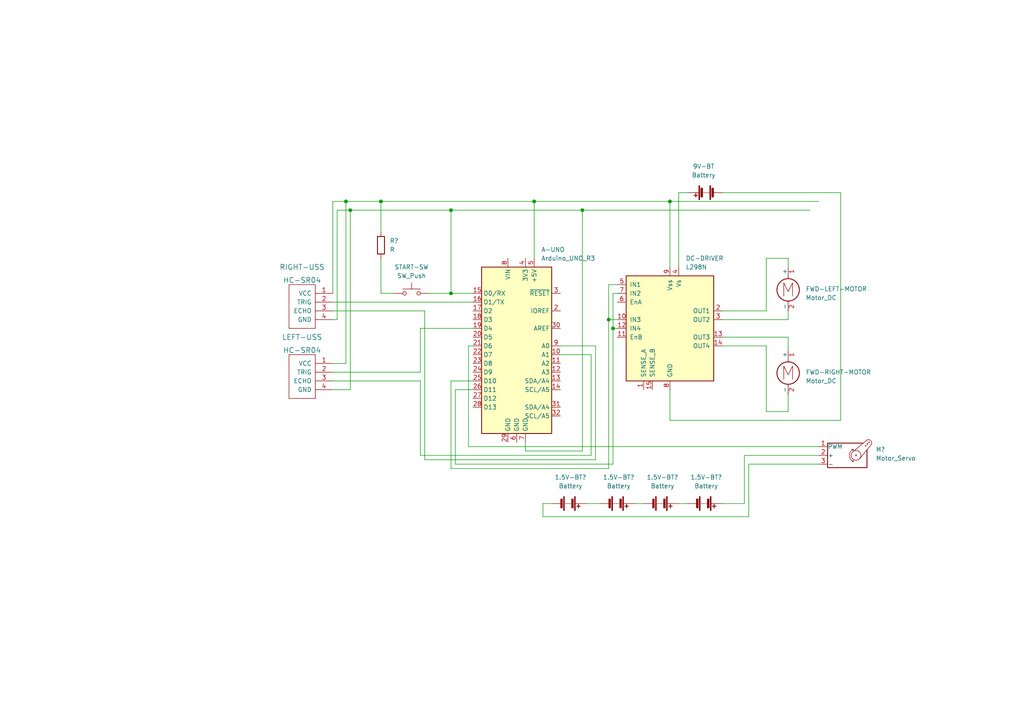
<source format=kicad_sch>
(kicad_sch (version 20211123) (generator eeschema)
  (paper "A4")
  (title_block (title "Circuit Schematic") (date "2024-12-14"))
  (lib_symbols
    (symbol "Device:Battery" (pin_numbers hide) (pin_names (offset 0) hide)
      (property "Reference" "BT" (at 2.54 2.54 0))
      (property "Value" "Battery" (at 2.54 0 0))
      (symbol "Battery_0_1"
        (rectangle (start -2.032 -1.397) (end 2.032 -1.651) (fill (type outline)))
        (rectangle (start -2.032 1.778) (end 2.032 1.524) (fill (type outline)))
        (rectangle (start -1.3208 -1.9812) (end 1.27 -2.4892) (fill (type outline)))
        (rectangle (start -1.3208 1.1938) (end 1.27 0.6858) (fill (type outline)))
        (polyline (pts (xy 0 -1.524) (xy 0 -1.27)))
        (polyline (pts (xy 0 -1.016) (xy 0 -0.762)))
        (polyline (pts (xy 0 -0.508) (xy 0 -0.254)))
        (polyline (pts (xy 0 0) (xy 0 0.254)))
        (polyline (pts (xy 0 0.508) (xy 0 0.762)))
        (polyline (pts (xy 0 1.778) (xy 0 2.54)))
        (polyline (pts (xy 0.254 2.667) (xy 1.27 2.667)) (stroke (width 0.254)))
        (polyline (pts (xy 0.762 3.175) (xy 0.762 2.159)) (stroke (width 0.254)))
      )
      (symbol "Battery_1_1"
        (pin passive line (at 0 5.08 270) (length 2.54) (name "+") (number "1"))
        (pin passive line (at 0 -5.08 90) (length 2.54) (name "-") (number "2"))
      )
    )
    (symbol "Device:R" (pin_numbers hide) (pin_names (offset 0))
      (property "Reference" "R" (at 2.032 0 90))
      (property "Value" "R" (at 0 0 90))
      (symbol "R_0_1"
        (rectangle (start -1.016 -2.54) (end 1.016 2.54) (stroke (width 0.254)))
      )
      (symbol "R_1_1"
        (pin passive line (at 0 3.81 270) (length 1.27) (name "~") (number "1"))
        (pin passive line (at 0 -3.81 90) (length 1.27) (name "~") (number "2"))
      )
    )
    (symbol "Driver_Motor:L298N" (pin_names (offset 1.016))
      (property "Reference" "U" (at -10.16 16.51 0))
      (property "Value" "L298N" (at 12.7 16.51 0))
      (symbol "L298N_0_1"
        (rectangle (start -12.7 15.24) (end 12.7 -15.24) (stroke (width 0.254)) (fill (type background)))
      )
      (symbol "L298N_1_1"
        (pin power_in line (at -7.62 -17.78 90) (length 2.54) (name "SENSE_A") (number "1"))
        (pin input line (at -15.24 2.54 0) (length 2.54) (name "IN3") (number "10"))
        (pin input line (at -15.24 -2.54 0) (length 2.54) (name "EnB") (number "11"))
        (pin input line (at -15.24 0 0) (length 2.54) (name "IN4") (number "12"))
        (pin output line (at 15.24 -2.54 180) (length 2.54) (name "OUT3") (number "13"))
        (pin output line (at 15.24 -5.08 180) (length 2.54) (name "OUT4") (number "14"))
        (pin power_in line (at -5.08 -17.78 90) (length 2.54) (name "SENSE_B") (number "15"))
        (pin output line (at 15.24 5.08 180) (length 2.54) (name "OUT1") (number "2"))
        (pin output line (at 15.24 2.54 180) (length 2.54) (name "OUT2") (number "3"))
        (pin power_in line (at 2.54 17.78 270) (length 2.54) (name "Vs") (number "4"))
        (pin input line (at -15.24 12.7 0) (length 2.54) (name "IN1") (number "5"))
        (pin input line (at -15.24 7.62 0) (length 2.54) (name "EnA") (number "6"))
        (pin input line (at -15.24 10.16 0) (length 2.54) (name "IN2") (number "7"))
        (pin power_in line (at 0 -17.78 90) (length 2.54) (name "GND") (number "8"))
        (pin power_in line (at 0 17.78 270) (length 2.54) (name "Vss") (number "9"))
      )
    )
    (symbol "MCU_Module:Arduino_UNO_R3"
      (property "Reference" "A" (at -10.16 23.495 0))
      (property "Value" "Arduino_UNO_R3" (at 5.08 -26.67 0))
      (symbol "Arduino_UNO_R3_0_1"
        (rectangle (start -10.16 22.86) (end 10.16 -25.4) (stroke (width 0.254)) (fill (type background)))
      )
      (symbol "Arduino_UNO_R3_1_1"
        (pin no_connect line (at -10.16 -20.32 0) (length 2.54) hide (name "NC") (number "1"))
        (pin bidirectional line (at 12.7 -2.54 180) (length 2.54) (name "A1") (number "10"))
        (pin bidirectional line (at 12.7 -5.08 180) (length 2.54) (name "A2") (number "11"))
        (pin bidirectional line (at 12.7 -7.62 180) (length 2.54) (name "A3") (number "12"))
        (pin bidirectional line (at 12.7 -10.16 180) (length 2.54) (name "SDA/A4") (number "13"))
        (pin bidirectional line (at 12.7 -12.7 180) (length 2.54) (name "SCL/A5") (number "14"))
        (pin bidirectional line (at -12.7 15.24 0) (length 2.54) (name "D0/RX") (number "15"))
        (pin bidirectional line (at -12.7 12.7 0) (length 2.54) (name "D1/TX") (number "16"))
        (pin bidirectional line (at -12.7 10.16 0) (length 2.54) (name "D2") (number "17"))
        (pin bidirectional line (at -12.7 7.62 0) (length 2.54) (name "D3") (number "18"))
        (pin bidirectional line (at -12.7 5.08 0) (length 2.54) (name "D4") (number "19"))
        (pin output line (at 12.7 10.16 180) (length 2.54) (name "IOREF") (number "2"))
        (pin bidirectional line (at -12.7 2.54 0) (length 2.54) (name "D5") (number "20"))
        (pin bidirectional line (at -12.7 0 0) (length 2.54) (name "D6") (number "21"))
        (pin bidirectional line (at -12.7 -2.54 0) (length 2.54) (name "D7") (number "22"))
        (pin bidirectional line (at -12.7 -5.08 0) (length 2.54) (name "D8") (number "23"))
        (pin bidirectional line (at -12.7 -7.62 0) (length 2.54) (name "D9") (number "24"))
        (pin bidirectional line (at -12.7 -10.16 0) (length 2.54) (name "D10") (number "25"))
        (pin bidirectional line (at -12.7 -12.7 0) (length 2.54) (name "D11") (number "26"))
        (pin bidirectional line (at -12.7 -15.24 0) (length 2.54) (name "D12") (number "27"))
        (pin bidirectional line (at -12.7 -17.78 0) (length 2.54) (name "D13") (number "28"))
        (pin power_in line (at -2.54 -27.94 90) (length 2.54) (name "GND") (number "29"))
        (pin input line (at 12.7 15.24 180) (length 2.54) (name "~{RESET}") (number "3"))
        (pin input line (at 12.7 5.08 180) (length 2.54) (name "AREF") (number "30"))
        (pin bidirectional line (at 12.7 -17.78 180) (length 2.54) (name "SDA/A4") (number "31"))
        (pin bidirectional line (at 12.7 -20.32 180) (length 2.54) (name "SCL/A5") (number "32"))
        (pin power_out line (at 2.54 25.4 270) (length 2.54) (name "3V3") (number "4"))
        (pin power_out line (at 5.08 25.4 270) (length 2.54) (name "+5V") (number "5"))
        (pin power_in line (at 0 -27.94 90) (length 2.54) (name "GND") (number "6"))
        (pin power_in line (at 2.54 -27.94 90) (length 2.54) (name "GND") (number "7"))
        (pin power_in line (at -2.54 25.4 270) (length 2.54) (name "VIN") (number "8"))
        (pin bidirectional line (at 12.7 0 180) (length 2.54) (name "A0") (number "9"))
      )
    )
    (symbol "Motor:Motor_DC" (pin_names (offset 0))
      (property "Reference" "M" (at 2.54 2.54 0))
      (property "Value" "Motor_DC" (at 2.54 -5.08 0))
      (symbol "Motor_DC_0_0"
        (polyline (pts (xy -1.27 -3.302) (xy -1.27 0.508) (xy 0 -2.032) (xy 1.27 0.508) (xy 1.27 -3.302)))
      )
      (symbol "Motor_DC_0_1"
        (circle (center 0 -1.524) (radius 3.2512) (stroke (width 0.254)))
        (polyline (pts (xy 0 -7.62) (xy 0 -7.112)))
        (polyline (pts (xy 0 -4.7752) (xy 0 -5.1816)))
        (polyline (pts (xy 0 1.7272) (xy 0 2.0828)))
        (polyline (pts (xy 0 2.032) (xy 0 2.54)))
      )
      (symbol "Motor_DC_1_1"
        (pin passive line (at 0 5.08 270) (length 2.54) (name "+") (number "1"))
        (pin passive line (at 0 -7.62 90) (length 2.54) (name "-") (number "2"))
      )
    )
    (symbol "Motor:Motor_Servo" (pin_names (offset 0.0254))
      (property "Reference" "M" (at -5.08 4.445 0))
      (property "Value" "Motor_Servo" (at -5.08 -4.064 0))
      (symbol "Motor_Servo_0_1"
        (polyline (pts (xy 2.413 -1.778) (xy 2.032 -1.778)))
        (polyline (pts (xy 2.413 -1.778) (xy 2.286 -1.397)))
        (polyline (pts (xy 2.413 1.778) (xy 1.905 1.778)))
        (polyline (pts (xy 2.413 1.778) (xy 2.286 1.397)))
        (polyline (pts (xy 6.35 4.445) (xy 2.54 1.27)))
        (polyline (pts (xy 7.62 3.175) (xy 4.191 -1.016)))
        (polyline (pts (xy 5.08 3.556) (xy -5.08 3.556) (xy -5.08 -3.556) (xy 6.35 -3.556) (xy 6.35 1.524)) (stroke (width 0.254)))
        (arc (start 2.413 1.778) (mid 1.2406 0) (end 2.413 -1.778))
        (circle (center 3.175 0) (radius 0.1778))
        (circle (center 3.175 0) (radius 1.4224))
        (circle (center 5.969 2.794) (radius 0.127))
        (circle (center 6.477 3.302) (radius 0.127))
        (circle (center 6.985 3.81) (radius 0.127))
        (arc (start 7.62 3.175) (mid 7.4485 4.2735) (end 6.35 4.445))
      )
      (symbol "Motor_Servo_1_1"
        (pin passive line (at -7.62 2.54 0) (length 2.54) (name "PWM") (number "1"))
        (pin passive line (at -7.62 0 0) (length 2.54) (name "+") (number "2"))
        (pin passive line (at -7.62 -2.54 0) (length 2.54) (name "-") (number "3"))
      )
    )
    (symbol "Switch:SW_Push" (pin_numbers hide) (pin_names (offset 1.016) hide)
      (property "Reference" "SW" (at 1.27 2.54 0))
      (property "Value" "SW_Push" (at 0 -1.524 0))
      (symbol "SW_Push_0_1"
        (circle (center -2.032 0) (radius 0.508))
        (polyline (pts (xy 0 1.27) (xy 0 3.048)))
        (polyline (pts (xy 2.54 1.27) (xy -2.54 1.27)))
        (circle (center 2.032 0) (radius 0.508))
        (pin passive line (at -5.08 0 0) (length 2.54) (name "1") (number "1"))
        (pin passive line (at 5.08 0 180) (length 2.54) (name "2") (number "2"))
      )
    )
    (symbol "hc-sr04:HC-SR04" (pin_names (offset 1.016))
      (property "Reference" "U" (at -6.35 -7.62 0))
      (property "Value" "HC-SR04" (at -2.54 7.62 0))
      (symbol "HC-SR04_0_1"
        (rectangle (start 0 6.35) (end -7.62 -6.35))
      )
      (symbol "HC-SR04_1_1"
        (pin input line (at 5.08 3.81 180) (length 5.08) (name "VCC") (number "1"))
        (pin input line (at 5.08 1.27 180) (length 5.08) (name "TRIG") (number "2"))
        (pin input line (at 5.08 -1.27 180) (length 5.08) (name "ECHO") (number "3"))
        (pin input line (at 5.08 -3.81 180) (length 5.08) (name "GND") (number "4"))
      )
    )
  )
  (junction (at 130.81 60.96))
  (junction (at 168.91 60.96))
  (junction (at 177.8 95.25))
  (junction (at 101.6 60.96))
  (junction (at 130.81 85.09))
  (junction (at 194.31 58.42))
  (junction (at 154.94 58.42))
  (junction (at 176.53 92.71))
  (junction (at 110.49 58.42))
  (junction (at 100.33 58.42))
  (wire (pts (xy 209.55 146.05) (xy 215.9 146.05)))
  (wire (pts (xy 97.79 92.71) (xy 97.79 60.96)))
  (wire (pts (xy 96.52 58.42) (xy 100.33 58.42)))
  (wire (pts (xy 196.85 55.88) (xy 196.85 77.47)))
  (wire (pts (xy 137.16 110.49) (xy 130.81 110.49)))
  (wire (pts (xy 194.31 121.92) (xy 243.84 121.92)))
  (wire (pts (xy 135.89 129.54) (xy 135.89 100.33)))
  (wire (pts (xy 101.6 60.96) (xy 130.81 60.96)))
  (wire (pts (xy 97.79 60.96) (xy 101.6 60.96)))
  (wire (pts (xy 172.72 133.35) (xy 172.72 100.33)))
  (wire (pts (xy 209.55 55.88) (xy 243.84 55.88)))
  (wire (pts (xy 96.52 92.71) (xy 97.79 92.71)))
  (wire (pts (xy 215.9 146.05) (xy 215.9 132.08)))
  (wire (pts (xy 121.92 95.25) (xy 137.16 95.25)))
  (wire (pts (xy 121.92 132.08) (xy 171.45 132.08)))
  (wire (pts (xy 96.52 85.09) (xy 96.52 58.42)))
  (wire (pts (xy 157.48 146.05) (xy 160.02 146.05)))
  (wire (pts (xy 177.8 95.25) (xy 177.8 134.62)))
  (wire (pts (xy 130.81 85.09) (xy 137.16 85.09)))
  (wire (pts (xy 209.55 92.71) (xy 228.6 92.71)))
  (wire (pts (xy 96.52 110.49) (xy 121.92 110.49)))
  (wire (pts (xy 121.92 110.49) (xy 121.92 132.08)))
  (wire (pts (xy 196.85 146.05) (xy 199.39 146.05)))
  (wire (pts (xy 100.33 58.42) (xy 110.49 58.42)))
  (wire (pts (xy 234.95 60.96) (xy 168.91 60.96)))
  (wire (pts (xy 176.53 92.71) (xy 176.53 82.55)))
  (wire (pts (xy 154.94 58.42) (xy 194.31 58.42)))
  (wire (pts (xy 154.94 74.93) (xy 154.94 58.42)))
  (wire (pts (xy 209.55 97.79) (xy 228.6 97.79)))
  (wire (pts (xy 209.55 100.33) (xy 222.25 100.33)))
  (wire (pts (xy 228.6 74.93) (xy 228.6 77.47)))
  (wire (pts (xy 217.17 134.62) (xy 237.49 134.62)))
  (wire (pts (xy 121.92 107.95) (xy 121.92 95.25)))
  (wire (pts (xy 96.52 87.63) (xy 137.16 87.63)))
  (wire (pts (xy 123.19 90.17) (xy 123.19 133.35)))
  (wire (pts (xy 228.6 119.38) (xy 228.6 114.3)))
  (wire (pts (xy 222.25 100.33) (xy 222.25 119.38)))
  (wire (pts (xy 130.81 135.89) (xy 176.53 135.89)))
  (wire (pts (xy 162.56 100.33) (xy 172.72 100.33)))
  (wire (pts (xy 96.52 107.95) (xy 121.92 107.95)))
  (wire (pts (xy 157.48 149.86) (xy 157.48 146.05)))
  (wire (pts (xy 96.52 90.17) (xy 123.19 90.17)))
  (wire (pts (xy 152.4 130.81) (xy 168.91 130.81)))
  (wire (pts (xy 171.45 102.87) (xy 162.56 102.87)))
  (wire (pts (xy 124.46 85.09) (xy 130.81 85.09)))
  (wire (pts (xy 132.08 113.03) (xy 132.08 134.62)))
  (wire (pts (xy 194.31 58.42) (xy 237.49 58.42)))
  (wire (pts (xy 101.6 113.03) (xy 101.6 60.96)))
  (wire (pts (xy 177.8 95.25) (xy 179.07 95.25)))
  (wire (pts (xy 196.85 55.88) (xy 199.39 55.88)))
  (wire (pts (xy 114.3 85.09) (xy 110.49 85.09)))
  (wire (pts (xy 130.81 60.96) (xy 168.91 60.96)))
  (wire (pts (xy 217.17 149.86) (xy 157.48 149.86)))
  (wire (pts (xy 96.52 113.03) (xy 101.6 113.03)))
  (wire (pts (xy 222.25 74.93) (xy 228.6 74.93)))
  (wire (pts (xy 176.53 82.55) (xy 179.07 82.55)))
  (wire (pts (xy 110.49 58.42) (xy 110.49 67.31)))
  (wire (pts (xy 222.25 90.17) (xy 222.25 74.93)))
  (wire (pts (xy 130.81 60.96) (xy 130.81 85.09)))
  (wire (pts (xy 194.31 113.03) (xy 194.31 121.92)))
  (wire (pts (xy 177.8 85.09) (xy 179.07 85.09)))
  (wire (pts (xy 168.91 130.81) (xy 168.91 60.96)))
  (wire (pts (xy 222.25 119.38) (xy 228.6 119.38)))
  (wire (pts (xy 170.18 146.05) (xy 173.99 146.05)))
  (wire (pts (xy 130.81 110.49) (xy 130.81 135.89)))
  (wire (pts (xy 176.53 92.71) (xy 179.07 92.71)))
  (wire (pts (xy 217.17 134.62) (xy 217.17 149.86)))
  (wire (pts (xy 152.4 128.27) (xy 152.4 130.81)))
  (wire (pts (xy 176.53 135.89) (xy 176.53 92.71)))
  (wire (pts (xy 194.31 58.42) (xy 194.31 77.47)))
  (wire (pts (xy 132.08 134.62) (xy 177.8 134.62)))
  (wire (pts (xy 96.52 105.41) (xy 100.33 105.41)))
  (wire (pts (xy 110.49 58.42) (xy 154.94 58.42)))
  (wire (pts (xy 100.33 105.41) (xy 100.33 58.42)))
  (wire (pts (xy 171.45 132.08) (xy 171.45 102.87)))
  (wire (pts (xy 228.6 97.79) (xy 228.6 101.6)))
  (wire (pts (xy 110.49 74.93) (xy 110.49 85.09)))
  (wire (pts (xy 135.89 129.54) (xy 237.49 129.54)))
  (wire (pts (xy 123.19 133.35) (xy 172.72 133.35)))
  (wire (pts (xy 135.89 100.33) (xy 137.16 100.33)))
  (wire (pts (xy 243.84 121.92) (xy 243.84 55.88)))
  (wire (pts (xy 215.9 132.08) (xy 237.49 132.08)))
  (wire (pts (xy 184.15 146.05) (xy 186.69 146.05)))
  (wire (pts (xy 228.6 92.71) (xy 228.6 90.17)))
  (wire (pts (xy 209.55 90.17) (xy 222.25 90.17)))
  (wire (pts (xy 177.8 95.25) (xy 177.8 85.09)))
  (wire (pts (xy 137.16 113.03) (xy 132.08 113.03)))
  (symbol (lib_id "Motor:Motor_DC") (at 228.6 106.68 0) (unit 1)
    (property "Reference" "FWD-RIGHT-MOTOR" (at 233.68 107.9499 0) (effects (justify left)))
    (property "Value" "Motor_DC" (at 233.68 110.4899 0) (effects (justify left)))
  )
  (symbol (lib_id "Device:Battery") (at 191.77 146.05 270) (unit 1)
    (property "Reference" "1.5V-BT?" (at 192.151 138.43 90))
    (property "Value" "Battery" (at 192.151 140.97 90))
  )
  (symbol (lib_id "Motor:Motor_Servo") (at 245.11 132.08 0) (unit 1)
    (property "Reference" "M?" (at 254 130.3765 0) (effects (justify left)))
    (property "Value" "Motor_Servo" (at 254 132.9165 0) (effects (justify left)))
    (property "Datasheet" "http://forums.parallax.com/uploads/attachments/46831/74481.png" (effects hide))
  )
  (symbol (lib_id "Device:R") (at 110.49 71.12 0) (unit 1)
    (property "Reference" "R?" (at 113.03 69.8499 0) (effects (justify left)))
    (property "Value" "R" (at 113.03 72.3899 0) (effects (justify left)))
  )
  (symbol (lib_id "Motor:Motor_DC") (at 228.6 82.55 0) (unit 1)
    (property "Reference" "FWD-LEFT-MOTOR" (at 233.68 83.8199 0) (effects (justify left)))
    (property "Value" "Motor_DC" (at 233.68 86.3599 0) (effects (justify left)))
  )
  (symbol (lib_id "MCU_Module:Arduino_UNO_R3") (at 149.86 100.33 0) (unit 1)
    (property "Reference" "A-UNO" (at 156.9594 72.39 0) (effects (justify left)))
    (property "Value" "Arduino_UNO_R3" (at 156.9594 74.93 0) (effects (justify left)))
    (property "Footprint" "Module:Arduino_UNO_R3" (effects hide))
    (property "Datasheet" "https://www.arduino.cc/en/Main/arduinoBoardUno" (effects hide))
  )
  (symbol (lib_id "Device:Battery") (at 204.47 146.05 270) (unit 1)
    (property "Reference" "1.5V-BT?" (at 204.851 138.43 90))
    (property "Value" "Battery" (at 204.851 140.97 90))
  )
  (symbol (lib_id "Device:Battery") (at 165.1 146.05 270) (unit 1)
    (property "Reference" "1.5V-BT?" (at 165.481 138.43 90))
    (property "Value" "Battery" (at 165.481 140.97 90))
  )
  (symbol (lib_id "Driver_Motor:L298N") (at 194.31 95.25 0) (unit 1)
    (property "Reference" "DC-DRIVER" (at 198.8694 74.93 0) (effects (justify left)))
    (property "Value" "L298N" (at 198.8694 77.47 0) (effects (justify left)))
    (property "Footprint" "Package_TO_SOT_THT:TO-220-15_P2.54x2.54mm_StaggerOdd_Lead4.58mm_Vertical" (effects hide))
    (property "Datasheet" "http://www.st.com/st-web-ui/static/active/en/resource/technical/document/datasheet/CD00000240.pdf" (effects hide))
  )
  (symbol (lib_id "Device:Battery") (at 204.47 55.88 90) (mirror x) (unit 1)
    (property "Reference" "9V-BT" (at 204.089 48.26 90))
    (property "Value" "Battery" (at 204.089 50.8 90))
  )
  (symbol (lib_id "Device:Battery") (at 179.07 146.05 270) (unit 1)
    (property "Reference" "1.5V-BT?" (at 179.451 138.43 90))
    (property "Value" "Battery" (at 179.451 140.97 90))
  )
  (symbol (lib_id "hc-sr04:HC-SR04") (at 91.44 109.22 0) (unit 1)
    (property "Reference" "LEFT-USS" (at 87.63 97.79 0) (effects (font (size 1.524 1.524))))
    (property "Value" "HC-SR04" (at 87.63 101.6 0) (effects (font (size 1.524 1.524))))
  )
  (symbol (lib_id "Switch:SW_Push") (at 119.38 85.09 0) (unit 1)
    (property "Reference" "START-SW" (at 119.38 77.47 0))
    (property "Value" "SW_Push" (at 119.38 80.01 0))
  )
  (symbol (lib_id "hc-sr04:HC-SR04") (at 91.44 88.9 0) (unit 1)
    (property "Reference" "RIGHT-USS" (at 87.63 77.47 0) (effects (font (size 1.524 1.524))))
    (property "Value" "HC-SR04" (at 87.63 81.28 0) (effects (font (size 1.524 1.524))))
  )
)
</source>
